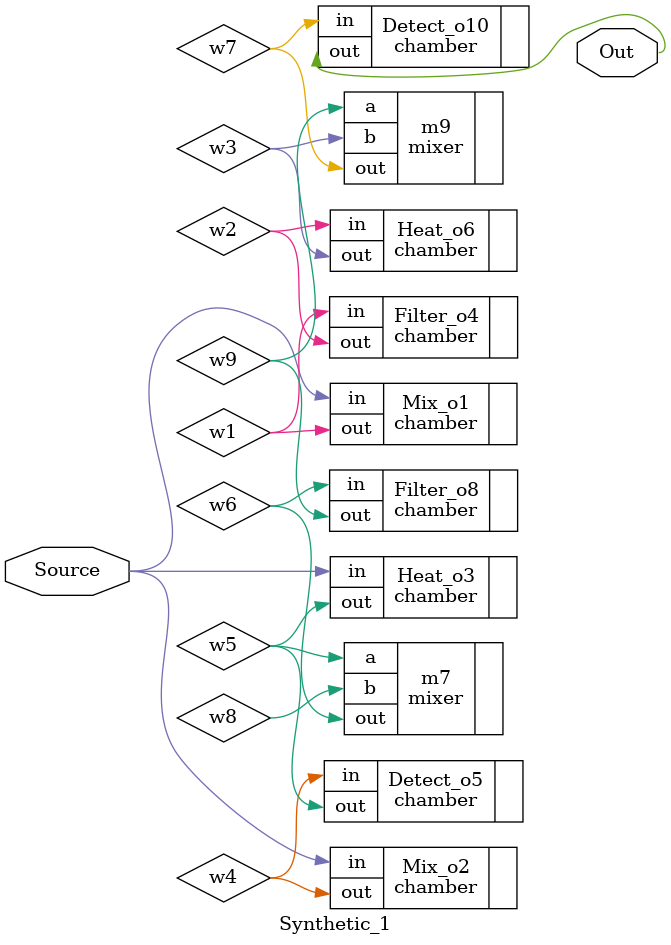
<source format=v>
module Synthetic_1(
input Source,
output Out
);
wire w1,w2,w3,w4,w5,w6,w7,w8,w9;
chamber Mix_o1(.in(Source), .out(w1));
chamber Filter_o4(.in(w1), .out(w2));
chamber Heat_o6(.in(w2), .out(w3));

chamber Mix_o2(.in(Source), .out(w4));
chamber Detect_o5(.in(w4), .out(w5));

chamber Heat_o3(.in(Source), .out(w5));

mixer m7(.a(w5), .b(w8), .out(w6));
chamber Filter_o8(.in(w6), .out(w9));

mixer m9(.a(w9), .b(w3), .out(w7));

chamber Detect_o10(.in(w7), .out(Out));

endmodule


</source>
